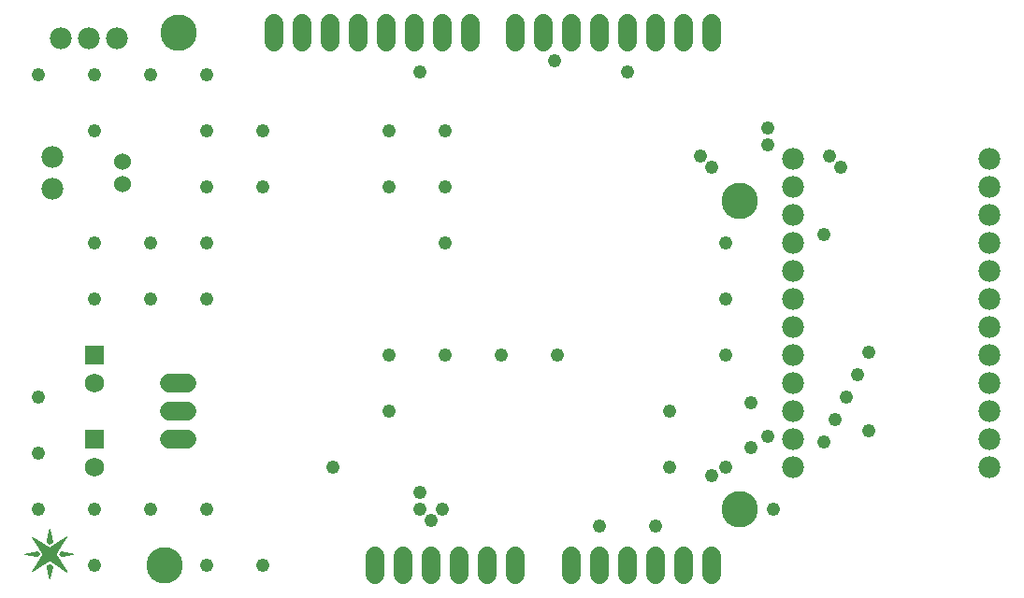
<source format=gts>
G75*
G70*
%OFA0B0*%
%FSLAX24Y24*%
%IPPOS*%
%LPD*%
%AMOC8*
5,1,8,0,0,1.08239X$1,22.5*
%
%ADD10C,0.1300*%
%ADD11C,0.0680*%
%ADD12C,0.0780*%
%ADD13R,0.0690X0.0690*%
%ADD14C,0.0690*%
%ADD15C,0.0600*%
%ADD16C,0.0010*%
%ADD17C,0.0480*%
D10*
X005800Y001325D03*
X026300Y003325D03*
X026300Y014325D03*
X006300Y020325D03*
D11*
X009700Y020645D02*
X009700Y020005D01*
X010700Y020005D02*
X010700Y020645D01*
X011700Y020645D02*
X011700Y020005D01*
X012700Y020005D02*
X012700Y020645D01*
X013700Y020645D02*
X013700Y020005D01*
X014700Y020005D02*
X014700Y020645D01*
X015700Y020645D02*
X015700Y020005D01*
X016700Y020005D02*
X016700Y020645D01*
X018300Y020645D02*
X018300Y020005D01*
X019300Y020005D02*
X019300Y020645D01*
X020300Y020645D02*
X020300Y020005D01*
X021300Y020005D02*
X021300Y020645D01*
X022300Y020645D02*
X022300Y020005D01*
X023300Y020005D02*
X023300Y020645D01*
X024300Y020645D02*
X024300Y020005D01*
X025300Y020005D02*
X025300Y020645D01*
X006620Y007825D02*
X005980Y007825D01*
X005980Y006825D02*
X006620Y006825D01*
X006620Y005825D02*
X005980Y005825D01*
X013300Y001645D02*
X013300Y001005D01*
X014300Y001005D02*
X014300Y001645D01*
X015300Y001645D02*
X015300Y001005D01*
X016300Y001005D02*
X016300Y001645D01*
X017300Y001645D02*
X017300Y001005D01*
X018300Y001005D02*
X018300Y001645D01*
X020300Y001645D02*
X020300Y001005D01*
X021300Y001005D02*
X021300Y001645D01*
X022300Y001645D02*
X022300Y001005D01*
X023300Y001005D02*
X023300Y001645D01*
X024300Y001645D02*
X024300Y001005D01*
X025300Y001005D02*
X025300Y001645D01*
D12*
X028200Y004825D03*
X028200Y005825D03*
X028200Y006825D03*
X028200Y007825D03*
X028200Y008825D03*
X028200Y009825D03*
X028200Y010825D03*
X028200Y011825D03*
X028200Y012825D03*
X028200Y013825D03*
X028200Y014825D03*
X028200Y015825D03*
X035200Y015825D03*
X035200Y014825D03*
X035200Y013825D03*
X035200Y012825D03*
X035200Y011825D03*
X035200Y010825D03*
X035200Y009825D03*
X035200Y008825D03*
X035200Y007825D03*
X035200Y006825D03*
X035200Y005825D03*
X035200Y004825D03*
X004100Y020125D03*
X003100Y020125D03*
X002100Y020125D03*
X001800Y015895D03*
X001800Y014755D03*
D13*
X003300Y008825D03*
X003300Y005825D03*
D14*
X003300Y004825D03*
X003300Y007825D03*
D15*
X004300Y014931D03*
X004300Y015719D03*
D16*
X001800Y001295D02*
X001700Y000855D01*
X001600Y001295D01*
X001700Y001365D01*
X001800Y001295D01*
X001800Y001294D02*
X001600Y001294D01*
X001602Y001286D02*
X001798Y001286D01*
X001796Y001277D02*
X001604Y001277D01*
X001606Y001269D02*
X001794Y001269D01*
X001792Y001260D02*
X001608Y001260D01*
X001610Y001252D02*
X001790Y001252D01*
X001788Y001243D02*
X001612Y001243D01*
X001614Y001235D02*
X001786Y001235D01*
X001784Y001226D02*
X001616Y001226D01*
X001618Y001218D02*
X001782Y001218D01*
X001780Y001209D02*
X001620Y001209D01*
X001621Y001201D02*
X001779Y001201D01*
X001777Y001192D02*
X001623Y001192D01*
X001625Y001184D02*
X001775Y001184D01*
X001773Y001175D02*
X001627Y001175D01*
X001629Y001167D02*
X001771Y001167D01*
X001769Y001158D02*
X001631Y001158D01*
X001633Y001150D02*
X001767Y001150D01*
X001765Y001141D02*
X001635Y001141D01*
X001637Y001133D02*
X001763Y001133D01*
X001761Y001124D02*
X001639Y001124D01*
X001641Y001116D02*
X001759Y001116D01*
X001757Y001107D02*
X001643Y001107D01*
X001645Y001099D02*
X001755Y001099D01*
X001753Y001090D02*
X001647Y001090D01*
X001649Y001082D02*
X001751Y001082D01*
X001750Y001073D02*
X001650Y001073D01*
X001652Y001065D02*
X001748Y001065D01*
X001746Y001056D02*
X001654Y001056D01*
X001656Y001048D02*
X001744Y001048D01*
X001742Y001039D02*
X001658Y001039D01*
X001660Y001031D02*
X001740Y001031D01*
X001738Y001022D02*
X001662Y001022D01*
X001664Y001014D02*
X001736Y001014D01*
X001734Y001005D02*
X001666Y001005D01*
X001668Y000997D02*
X001732Y000997D01*
X001730Y000988D02*
X001670Y000988D01*
X001672Y000980D02*
X001728Y000980D01*
X001726Y000971D02*
X001674Y000971D01*
X001676Y000963D02*
X001724Y000963D01*
X001723Y000954D02*
X001677Y000954D01*
X001679Y000946D02*
X001721Y000946D01*
X001719Y000937D02*
X001681Y000937D01*
X001683Y000929D02*
X001717Y000929D01*
X001715Y000920D02*
X001685Y000920D01*
X001687Y000912D02*
X001713Y000912D01*
X001711Y000903D02*
X001689Y000903D01*
X001691Y000895D02*
X001709Y000895D01*
X001707Y000886D02*
X001693Y000886D01*
X001695Y000878D02*
X001705Y000878D01*
X001703Y000869D02*
X001697Y000869D01*
X001699Y000861D02*
X001701Y000861D01*
X001789Y001303D02*
X001611Y001303D01*
X001623Y001311D02*
X001777Y001311D01*
X001765Y001320D02*
X001635Y001320D01*
X001647Y001328D02*
X001753Y001328D01*
X001741Y001337D02*
X001659Y001337D01*
X001671Y001345D02*
X001729Y001345D01*
X001716Y001354D02*
X001684Y001354D01*
X001696Y001362D02*
X001704Y001362D01*
X001777Y001464D02*
X002092Y001464D01*
X002097Y001456D02*
X001790Y001456D01*
X001803Y001447D02*
X002103Y001447D01*
X002108Y001439D02*
X001816Y001439D01*
X001828Y001430D02*
X002114Y001430D01*
X002119Y001422D02*
X001841Y001422D01*
X001854Y001413D02*
X002124Y001413D01*
X002130Y001405D02*
X001867Y001405D01*
X001880Y001396D02*
X002135Y001396D01*
X002141Y001388D02*
X001893Y001388D01*
X001906Y001379D02*
X002146Y001379D01*
X002151Y001371D02*
X001918Y001371D01*
X001931Y001362D02*
X002157Y001362D01*
X002162Y001354D02*
X001944Y001354D01*
X001957Y001345D02*
X002168Y001345D01*
X002173Y001337D02*
X001970Y001337D01*
X001983Y001328D02*
X002178Y001328D01*
X002184Y001320D02*
X001996Y001320D01*
X002008Y001311D02*
X002189Y001311D01*
X002195Y001303D02*
X002021Y001303D01*
X002034Y001294D02*
X002200Y001294D01*
X002205Y001286D02*
X002047Y001286D01*
X002060Y001277D02*
X002211Y001277D01*
X002216Y001269D02*
X002073Y001269D01*
X002086Y001260D02*
X002222Y001260D01*
X002227Y001252D02*
X002098Y001252D01*
X002111Y001243D02*
X002232Y001243D01*
X002238Y001235D02*
X002124Y001235D01*
X002137Y001226D02*
X002243Y001226D01*
X002249Y001218D02*
X002150Y001218D01*
X002163Y001209D02*
X002254Y001209D01*
X002259Y001201D02*
X002176Y001201D01*
X002188Y001192D02*
X002265Y001192D01*
X002270Y001184D02*
X002201Y001184D01*
X002214Y001175D02*
X002276Y001175D01*
X002281Y001167D02*
X002227Y001167D01*
X002240Y001158D02*
X002286Y001158D01*
X002292Y001150D02*
X002253Y001150D01*
X002266Y001141D02*
X002297Y001141D01*
X002303Y001133D02*
X002278Y001133D01*
X002291Y001124D02*
X002308Y001124D01*
X002304Y001116D02*
X002313Y001116D01*
X002317Y001107D02*
X002319Y001107D01*
X002320Y001105D02*
X001920Y001735D01*
X002300Y002345D01*
X001700Y001955D01*
X001090Y002335D01*
X001470Y001735D01*
X001090Y001115D01*
X001700Y001515D01*
X002320Y001105D01*
X002087Y001473D02*
X001764Y001473D01*
X001751Y001481D02*
X002081Y001481D01*
X002076Y001490D02*
X001739Y001490D01*
X001726Y001498D02*
X002070Y001498D01*
X002065Y001507D02*
X001713Y001507D01*
X001687Y001507D02*
X001330Y001507D01*
X001335Y001515D02*
X002060Y001515D01*
X002054Y001524D02*
X001340Y001524D01*
X001346Y001532D02*
X002049Y001532D01*
X002043Y001541D02*
X001351Y001541D01*
X001356Y001549D02*
X002038Y001549D01*
X002033Y001558D02*
X001361Y001558D01*
X001366Y001566D02*
X002027Y001566D01*
X002022Y001575D02*
X001372Y001575D01*
X001377Y001583D02*
X002016Y001583D01*
X002011Y001592D02*
X001382Y001592D01*
X001387Y001600D02*
X002006Y001600D01*
X002000Y001609D02*
X001392Y001609D01*
X001398Y001617D02*
X001995Y001617D01*
X001990Y001626D02*
X001403Y001626D01*
X001408Y001634D02*
X001984Y001634D01*
X001979Y001643D02*
X001413Y001643D01*
X001419Y001651D02*
X001973Y001651D01*
X001968Y001660D02*
X001424Y001660D01*
X001429Y001668D02*
X001963Y001668D01*
X001957Y001677D02*
X001434Y001677D01*
X001439Y001685D02*
X001952Y001685D01*
X001946Y001694D02*
X001445Y001694D01*
X001450Y001702D02*
X001941Y001702D01*
X001936Y001711D02*
X001455Y001711D01*
X001460Y001719D02*
X001930Y001719D01*
X001925Y001728D02*
X001465Y001728D01*
X001469Y001736D02*
X001921Y001736D01*
X001926Y001745D02*
X001464Y001745D01*
X001459Y001753D02*
X001931Y001753D01*
X001937Y001762D02*
X001453Y001762D01*
X001448Y001770D02*
X001942Y001770D01*
X001947Y001779D02*
X001442Y001779D01*
X001437Y001787D02*
X001952Y001787D01*
X001958Y001796D02*
X001432Y001796D01*
X001426Y001804D02*
X001963Y001804D01*
X001968Y001813D02*
X001421Y001813D01*
X001416Y001821D02*
X001974Y001821D01*
X001979Y001830D02*
X001410Y001830D01*
X001405Y001838D02*
X001984Y001838D01*
X001989Y001847D02*
X001399Y001847D01*
X001394Y001855D02*
X001995Y001855D01*
X002000Y001864D02*
X001389Y001864D01*
X001383Y001872D02*
X002005Y001872D01*
X002011Y001881D02*
X001378Y001881D01*
X001372Y001889D02*
X002016Y001889D01*
X002021Y001898D02*
X001367Y001898D01*
X001362Y001906D02*
X002027Y001906D01*
X002032Y001915D02*
X001356Y001915D01*
X001351Y001923D02*
X002037Y001923D01*
X002042Y001932D02*
X001346Y001932D01*
X001340Y001940D02*
X002048Y001940D01*
X002053Y001949D02*
X001335Y001949D01*
X001329Y001957D02*
X001697Y001957D01*
X001703Y001957D02*
X002058Y001957D01*
X002064Y001966D02*
X001716Y001966D01*
X001729Y001974D02*
X002069Y001974D01*
X002074Y001983D02*
X001742Y001983D01*
X001755Y001991D02*
X002080Y001991D01*
X002085Y002000D02*
X001769Y002000D01*
X001782Y002008D02*
X002090Y002008D01*
X002095Y002017D02*
X001795Y002017D01*
X001808Y002025D02*
X002101Y002025D01*
X002106Y002034D02*
X001821Y002034D01*
X001834Y002042D02*
X002111Y002042D01*
X002117Y002051D02*
X001847Y002051D01*
X001860Y002059D02*
X002122Y002059D01*
X002127Y002068D02*
X001873Y002068D01*
X001886Y002076D02*
X002132Y002076D01*
X002138Y002085D02*
X001899Y002085D01*
X001912Y002093D02*
X002143Y002093D01*
X002148Y002102D02*
X001925Y002102D01*
X001939Y002110D02*
X002154Y002110D01*
X002159Y002119D02*
X001952Y002119D01*
X001965Y002127D02*
X002164Y002127D01*
X002170Y002136D02*
X001978Y002136D01*
X001991Y002144D02*
X002175Y002144D01*
X002180Y002153D02*
X002004Y002153D01*
X002017Y002161D02*
X002185Y002161D01*
X002191Y002170D02*
X002030Y002170D01*
X002043Y002178D02*
X002196Y002178D01*
X002201Y002187D02*
X002056Y002187D01*
X002069Y002195D02*
X002207Y002195D01*
X002212Y002204D02*
X002082Y002204D01*
X002095Y002212D02*
X002217Y002212D01*
X002222Y002221D02*
X002109Y002221D01*
X002122Y002229D02*
X002228Y002229D01*
X002233Y002238D02*
X002135Y002238D01*
X002148Y002246D02*
X002238Y002246D01*
X002244Y002255D02*
X002161Y002255D01*
X002174Y002263D02*
X002249Y002263D01*
X002254Y002272D02*
X002187Y002272D01*
X002200Y002280D02*
X002260Y002280D01*
X002265Y002289D02*
X002213Y002289D01*
X002226Y002297D02*
X002270Y002297D01*
X002275Y002306D02*
X002239Y002306D01*
X002252Y002314D02*
X002281Y002314D01*
X002286Y002323D02*
X002265Y002323D01*
X002279Y002331D02*
X002291Y002331D01*
X002292Y002340D02*
X002297Y002340D01*
X001784Y002229D02*
X001616Y002229D01*
X001614Y002221D02*
X001786Y002221D01*
X001788Y002212D02*
X001612Y002212D01*
X001611Y002204D02*
X001789Y002204D01*
X001791Y002195D02*
X001609Y002195D01*
X001607Y002187D02*
X001793Y002187D01*
X001795Y002178D02*
X001605Y002178D01*
X001603Y002170D02*
X001797Y002170D01*
X001799Y002161D02*
X001601Y002161D01*
X001600Y002155D02*
X001700Y002095D01*
X001800Y002155D01*
X001700Y002615D01*
X001600Y002155D01*
X001604Y002153D02*
X001796Y002153D01*
X001782Y002144D02*
X001618Y002144D01*
X001632Y002136D02*
X001768Y002136D01*
X001753Y002127D02*
X001647Y002127D01*
X001661Y002119D02*
X001739Y002119D01*
X001725Y002110D02*
X001675Y002110D01*
X001689Y002102D02*
X001711Y002102D01*
X001642Y001991D02*
X001308Y001991D01*
X001313Y001983D02*
X001656Y001983D01*
X001669Y001974D02*
X001319Y001974D01*
X001324Y001966D02*
X001683Y001966D01*
X001628Y002000D02*
X001302Y002000D01*
X001297Y002008D02*
X001615Y002008D01*
X001601Y002017D02*
X001292Y002017D01*
X001286Y002025D02*
X001588Y002025D01*
X001574Y002034D02*
X001281Y002034D01*
X001276Y002042D02*
X001560Y002042D01*
X001547Y002051D02*
X001270Y002051D01*
X001265Y002059D02*
X001533Y002059D01*
X001519Y002068D02*
X001259Y002068D01*
X001254Y002076D02*
X001506Y002076D01*
X001492Y002085D02*
X001249Y002085D01*
X001243Y002093D02*
X001478Y002093D01*
X001465Y002102D02*
X001238Y002102D01*
X001232Y002110D02*
X001451Y002110D01*
X001437Y002119D02*
X001227Y002119D01*
X001222Y002127D02*
X001424Y002127D01*
X001410Y002136D02*
X001216Y002136D01*
X001211Y002144D02*
X001397Y002144D01*
X001383Y002153D02*
X001206Y002153D01*
X001200Y002161D02*
X001369Y002161D01*
X001356Y002170D02*
X001195Y002170D01*
X001189Y002178D02*
X001342Y002178D01*
X001328Y002187D02*
X001184Y002187D01*
X001179Y002195D02*
X001315Y002195D01*
X001301Y002204D02*
X001173Y002204D01*
X001168Y002212D02*
X001287Y002212D01*
X001274Y002221D02*
X001162Y002221D01*
X001157Y002229D02*
X001260Y002229D01*
X001246Y002238D02*
X001152Y002238D01*
X001146Y002246D02*
X001233Y002246D01*
X001219Y002255D02*
X001141Y002255D01*
X001136Y002263D02*
X001205Y002263D01*
X001192Y002272D02*
X001130Y002272D01*
X001125Y002280D02*
X001178Y002280D01*
X001165Y002289D02*
X001119Y002289D01*
X001114Y002297D02*
X001151Y002297D01*
X001137Y002306D02*
X001109Y002306D01*
X001103Y002314D02*
X001124Y002314D01*
X001110Y002323D02*
X001098Y002323D01*
X001096Y002331D02*
X001092Y002331D01*
X001173Y001804D02*
X001294Y001804D01*
X001300Y001796D02*
X001129Y001796D01*
X001086Y001787D02*
X001305Y001787D01*
X001311Y001779D02*
X001043Y001779D01*
X000999Y001770D02*
X001317Y001770D01*
X001322Y001762D02*
X000956Y001762D01*
X000912Y001753D02*
X001328Y001753D01*
X001334Y001745D02*
X000869Y001745D01*
X000858Y001728D02*
X001335Y001728D01*
X001340Y001735D02*
X001280Y001825D01*
X000820Y001735D01*
X001280Y001645D01*
X001340Y001735D01*
X001339Y001736D02*
X000825Y001736D01*
X000902Y001719D02*
X001329Y001719D01*
X001324Y001711D02*
X000945Y001711D01*
X000988Y001702D02*
X001318Y001702D01*
X001312Y001694D02*
X001032Y001694D01*
X001075Y001685D02*
X001307Y001685D01*
X001301Y001677D02*
X001119Y001677D01*
X001162Y001668D02*
X001295Y001668D01*
X001290Y001660D02*
X001206Y001660D01*
X001249Y001651D02*
X001284Y001651D01*
X001325Y001498D02*
X001674Y001498D01*
X001661Y001490D02*
X001320Y001490D01*
X001314Y001481D02*
X001648Y001481D01*
X001635Y001473D02*
X001309Y001473D01*
X001304Y001464D02*
X001622Y001464D01*
X001609Y001456D02*
X001299Y001456D01*
X001294Y001447D02*
X001596Y001447D01*
X001583Y001439D02*
X001288Y001439D01*
X001283Y001430D02*
X001570Y001430D01*
X001557Y001422D02*
X001278Y001422D01*
X001273Y001413D02*
X001544Y001413D01*
X001532Y001405D02*
X001267Y001405D01*
X001262Y001396D02*
X001519Y001396D01*
X001506Y001388D02*
X001257Y001388D01*
X001252Y001379D02*
X001493Y001379D01*
X001480Y001371D02*
X001247Y001371D01*
X001241Y001362D02*
X001467Y001362D01*
X001454Y001354D02*
X001236Y001354D01*
X001231Y001345D02*
X001441Y001345D01*
X001428Y001337D02*
X001226Y001337D01*
X001221Y001328D02*
X001415Y001328D01*
X001402Y001320D02*
X001215Y001320D01*
X001210Y001311D02*
X001389Y001311D01*
X001376Y001303D02*
X001205Y001303D01*
X001200Y001294D02*
X001363Y001294D01*
X001350Y001286D02*
X001195Y001286D01*
X001189Y001277D02*
X001337Y001277D01*
X001324Y001269D02*
X001184Y001269D01*
X001179Y001260D02*
X001311Y001260D01*
X001298Y001252D02*
X001174Y001252D01*
X001168Y001243D02*
X001285Y001243D01*
X001272Y001235D02*
X001163Y001235D01*
X001158Y001226D02*
X001259Y001226D01*
X001246Y001218D02*
X001153Y001218D01*
X001148Y001209D02*
X001233Y001209D01*
X001220Y001201D02*
X001142Y001201D01*
X001137Y001192D02*
X001207Y001192D01*
X001194Y001184D02*
X001132Y001184D01*
X001127Y001175D02*
X001182Y001175D01*
X001169Y001167D02*
X001122Y001167D01*
X001116Y001158D02*
X001156Y001158D01*
X001143Y001150D02*
X001111Y001150D01*
X001106Y001141D02*
X001130Y001141D01*
X001117Y001133D02*
X001101Y001133D01*
X001104Y001124D02*
X001096Y001124D01*
X001091Y001116D02*
X001090Y001116D01*
X001216Y001813D02*
X001288Y001813D01*
X001283Y001821D02*
X001260Y001821D01*
X001618Y002238D02*
X001782Y002238D01*
X001780Y002246D02*
X001620Y002246D01*
X001622Y002255D02*
X001778Y002255D01*
X001777Y002263D02*
X001623Y002263D01*
X001625Y002272D02*
X001775Y002272D01*
X001773Y002280D02*
X001627Y002280D01*
X001629Y002289D02*
X001771Y002289D01*
X001769Y002297D02*
X001631Y002297D01*
X001633Y002306D02*
X001767Y002306D01*
X001765Y002314D02*
X001635Y002314D01*
X001636Y002323D02*
X001764Y002323D01*
X001762Y002331D02*
X001638Y002331D01*
X001640Y002340D02*
X001760Y002340D01*
X001758Y002348D02*
X001642Y002348D01*
X001644Y002357D02*
X001756Y002357D01*
X001754Y002365D02*
X001646Y002365D01*
X001648Y002374D02*
X001752Y002374D01*
X001751Y002382D02*
X001649Y002382D01*
X001651Y002391D02*
X001749Y002391D01*
X001747Y002399D02*
X001653Y002399D01*
X001655Y002408D02*
X001745Y002408D01*
X001743Y002416D02*
X001657Y002416D01*
X001659Y002425D02*
X001741Y002425D01*
X001740Y002433D02*
X001660Y002433D01*
X001662Y002442D02*
X001738Y002442D01*
X001736Y002450D02*
X001664Y002450D01*
X001666Y002459D02*
X001734Y002459D01*
X001732Y002467D02*
X001668Y002467D01*
X001670Y002476D02*
X001730Y002476D01*
X001728Y002484D02*
X001672Y002484D01*
X001673Y002493D02*
X001727Y002493D01*
X001725Y002501D02*
X001675Y002501D01*
X001677Y002510D02*
X001723Y002510D01*
X001721Y002518D02*
X001679Y002518D01*
X001681Y002527D02*
X001719Y002527D01*
X001717Y002535D02*
X001683Y002535D01*
X001684Y002544D02*
X001716Y002544D01*
X001714Y002552D02*
X001686Y002552D01*
X001688Y002561D02*
X001712Y002561D01*
X001710Y002569D02*
X001690Y002569D01*
X001692Y002578D02*
X001708Y002578D01*
X001706Y002586D02*
X001694Y002586D01*
X001696Y002595D02*
X001704Y002595D01*
X001703Y002603D02*
X001697Y002603D01*
X001699Y002612D02*
X001701Y002612D01*
X002120Y001825D02*
X002560Y001735D01*
X002120Y001645D01*
X002060Y001735D01*
X002120Y001825D01*
X002117Y001821D02*
X002139Y001821D01*
X002112Y001813D02*
X002181Y001813D01*
X002222Y001804D02*
X002106Y001804D01*
X002100Y001796D02*
X002264Y001796D01*
X002306Y001787D02*
X002095Y001787D01*
X002089Y001779D02*
X002347Y001779D01*
X002389Y001770D02*
X002083Y001770D01*
X002078Y001762D02*
X002430Y001762D01*
X002472Y001753D02*
X002072Y001753D01*
X002066Y001745D02*
X002513Y001745D01*
X002524Y001728D02*
X002065Y001728D01*
X002061Y001736D02*
X002555Y001736D01*
X002482Y001719D02*
X002071Y001719D01*
X002076Y001711D02*
X002440Y001711D01*
X002399Y001702D02*
X002082Y001702D01*
X002088Y001694D02*
X002357Y001694D01*
X002316Y001685D02*
X002093Y001685D01*
X002099Y001677D02*
X002274Y001677D01*
X002233Y001668D02*
X002105Y001668D01*
X002110Y001660D02*
X002191Y001660D01*
X002150Y001651D02*
X002116Y001651D01*
D17*
X003300Y001325D03*
X003300Y003325D03*
X001300Y003325D03*
X001300Y005325D03*
X001300Y007325D03*
X003300Y010825D03*
X005300Y010825D03*
X007300Y010825D03*
X007300Y012825D03*
X005300Y012825D03*
X003300Y012825D03*
X007300Y014825D03*
X009300Y014825D03*
X009300Y016825D03*
X007300Y016825D03*
X007300Y018825D03*
X005300Y018825D03*
X003300Y018825D03*
X001300Y018825D03*
X003300Y016825D03*
X013800Y016825D03*
X015800Y016825D03*
X015800Y014825D03*
X013800Y014825D03*
X015800Y012825D03*
X015800Y008825D03*
X013800Y008825D03*
X013800Y006825D03*
X011800Y004825D03*
X014900Y003925D03*
X014900Y003325D03*
X015300Y002925D03*
X015700Y003325D03*
X021300Y002725D03*
X023300Y002725D03*
X025300Y004525D03*
X025800Y004825D03*
X026700Y005525D03*
X027300Y005925D03*
X029300Y005725D03*
X029700Y006525D03*
X030100Y007325D03*
X030500Y008125D03*
X030900Y008925D03*
X026700Y007125D03*
X023800Y006825D03*
X025800Y008825D03*
X025800Y010825D03*
X025800Y012825D03*
X029300Y013125D03*
X029900Y015525D03*
X029500Y015925D03*
X027300Y016325D03*
X027300Y016925D03*
X024900Y015925D03*
X025300Y015525D03*
X022300Y018925D03*
X019700Y019325D03*
X014900Y018925D03*
X017800Y008825D03*
X019800Y008825D03*
X023800Y004825D03*
X027500Y003325D03*
X030900Y006125D03*
X009300Y001325D03*
X007300Y001325D03*
X007300Y003325D03*
X005300Y003325D03*
M02*

</source>
